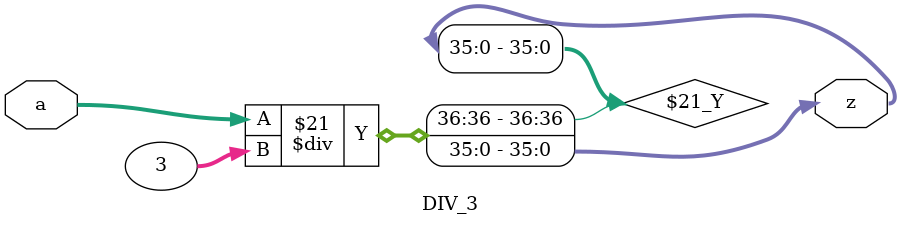
<source format=v>

module SAD(
    //Input signals
    clk,
    rst_n,
    in_valid,
	in_data1,
    T,
    in_data2,
    w_Q,
    w_K,
    w_V,

    //Output signals
    out_valid,
    out_data
    );

input clk;
input rst_n;
input in_valid;
input signed [5:0] in_data1;
input [3:0] T;
input signed [7:0] in_data2;
input signed [7:0] w_Q;
input signed [7:0] w_K;
input signed [7:0] w_V;

output reg out_valid;
output reg signed [91:0] out_data;

//==============================================//
//       parameter & integer declaration        //
//==============================================//
parameter d_model = 'd8;


genvar k;

//==============================================//
//           reg & wire declaration             //
//==============================================//

reg [8:0] cnt_clk, next_cnt_clk;  // 0 ~ 307 (9 bits)
reg [6:0] handle_cycles_t8;   // 1*8 or 4*8 or 8*8 = 8 ~ 64
reg [6:0] handle_cycles_tt;   // 1*1 or 4*4 or 8*8 = 1 ~ 64
wire [8:0] QK_start_cycle;
wire [8:0] end_cycle;     // max = 307 ??

// ----------------- input buffer -----------------
wire in_data1_valid, in_data2_valid, Q_valid, K_valid, V_valid;

reg signed [5:0] in_data1_reg [0:15];
reg [3:0] T_reg;
reg signed [7:0] in_data2_reg [0:63];
reg signed [7:0] w_Q_reg [0:63];
reg signed [7:0] w_K_reg [0:63];
reg signed [7:0] w_V_reg [0:63];

// ----------------- det -----------------
reg [3:0] det_cnt;    // 0 ~ 11
wire is_det;
reg  is_det_d1, is_det_d2, is_det_d3;

reg signed [20:0] det_tmp;   // 21-bit
reg signed [24:0] det_result;

// ----------------- matrix multiply -----------------
reg [7:0] mult_cnt_small;   // 0~191
reg [7:0] mult_cnt_small_d1;
wire is_multiplying;
wire Q_mult, K_mult, V_mult;
reg  Q_mult_d1, K_mult_d1, V_mult_d1;

wire signed [7:0] w_Q_transpose [0:63];
wire signed [7:0] w_K_transpose [0:63];
wire signed [7:0] w_V_transpose [0:63];

wire is_mult_big;
wire is_QK;
reg [5:0] mult_cnt_big;     // 0~63
reg [5:0] mult_cnt_big_d1, mult_cnt_big_d2, mult_cnt_big_d3;

reg signed [37:0] A_tmp;     // 38-bit
wire signed [36:0] A_pos;     // 37-bit

reg [36:0] div_a;   // 37-bit, all positive, unsigned
reg [35:0] div_z;   // 36-bit

reg signed [36:0] S_reg [0:63];

wire is_SV;
reg is_SV_d1, is_SV_d2, is_SV_d3;
reg signed [18:0] V_transpose [0:63];

// ----------------- mult -----------------
reg signed [7:0]  mult_s_a [0:7];
reg signed [7:0]  mult_s_b [0:7];
reg signed [15:0] mult_s_z [0:7];

reg signed [18:0] mult_b_a [0:7];
reg signed [36:0] mult_b_b [0:7];
reg signed [53:0] mult_b_z [0:7];

reg signed [24:0] mult_f_a;
reg signed [53:0] mult_f_b;
reg signed [91:0] mult_f_z;

reg signed [18:0] Q_reg [0:63], K_reg [0:63], V_reg [0:63];     // 19-bit

//==============================================//
//                  design                      //
//==============================================//

// reg [8:0] cnt_clk;  // 0 ~ 307 (9 bits)
always @(posedge clk or negedge rst_n) begin
	if (!rst_n) cnt_clk <= 7'b0;
	else cnt_clk <= next_cnt_clk;
end

// reg [8:0] next_cnt_clk;  // 0 ~ 307 (9 bits)
always @(*) begin
    next_cnt_clk = cnt_clk;
    if      (cnt_clk == end_cycle)       next_cnt_clk = 9'b0;
    else if (cnt_clk > 9'b0 || in_valid) next_cnt_clk = cnt_clk + 9'd1;
end

// ----------------- input -----------------

// wire in_data1_valid, in_data2_valid, Q_valid, K_valid, V_valid;
assign in_data1_valid = in_valid && cnt_clk < 9'd16;
assign in_data2_valid = in_valid && cnt_clk < ({3'd0, T_reg} << 3);
assign Q_valid = in_valid &&                     cnt_clk < 9'd64;
assign K_valid = in_valid && cnt_clk > 9'd63  && cnt_clk < 9'd128;
assign V_valid = in_valid && cnt_clk > 9'd127 && cnt_clk < 9'd192;

// reg [3:0] T_reg;
always @(posedge clk or negedge rst_n) begin
    if      (!rst_n)                      T_reg <= 4'd0;
    else if (in_valid && cnt_clk == 9'd0) T_reg <= T;
end

// reg [6:0] handle_cycles_t8;   // 1*8 or 4*8 or 8*8 = 8 ~ 64
always @(*) begin
    case (T_reg)
        1: handle_cycles_t8 = 7'd8;
        4: handle_cycles_t8 = 7'd32;
        default: handle_cycles_t8 = 7'd64;
    endcase
end
// reg [6:0] handle_cycles_tt;   // 1*1 or 4*4 or 8*8 = 1 ~ 64
always @(*) begin
    case (T_reg)
        1: handle_cycles_tt = 7'd1;
        4: handle_cycles_tt = 7'd16;
        default: handle_cycles_tt = 7'd64;
    endcase
end

// wire [8:0] QK_start_cycle;
assign QK_start_cycle = T_reg[0] ? 9'd190 : 9'd178;

// wire [8:0] end_cycle;     // max = 307 ??
assign end_cycle = QK_start_cycle + 9'd2 + handle_cycles_tt + handle_cycles_t8;  // 9'd178 + handle_cycles_tt + 2 + handle_cycles_t8

// reg signed [5:0] in_data1_reg [0:15];
always @(posedge clk or negedge rst_n) begin
    integer i;
    if (!rst_n) for (i = 0; i < 16; i  = i + 1) in_data1_reg[i] <= 6'd0;
    // ----------------- input -----------------
    else if (in_data1_valid) in_data1_reg[cnt_clk] <= in_data1;
    // -------------- determinent --------------
    else if (is_det) begin
        in_data1_reg[0] <= in_data1_reg[1];
        in_data1_reg[1] <= in_data1_reg[2];
        in_data1_reg[2] <= in_data1_reg[3];
        in_data1_reg[3] <= in_data1_reg[0];

        in_data1_reg[4] <= in_data1_reg[5];
        in_data1_reg[5] <= in_data1_reg[6];
        in_data1_reg[6] <= in_data1_reg[7];
        in_data1_reg[7] <= in_data1_reg[4];
        
        in_data1_reg[8] <= in_data1_reg[9];
        in_data1_reg[9] <= in_data1_reg[10];
        in_data1_reg[10] <= in_data1_reg[11];
        in_data1_reg[11] <= in_data1_reg[8];

        in_data1_reg[12] <= in_data1_reg[13];
        in_data1_reg[13] <= in_data1_reg[14];
        in_data1_reg[14] <= in_data1_reg[15];
        in_data1_reg[15] <= in_data1_reg[12];
    end
end

// reg signed [7:0] in_data2_reg [0:63];
always @(posedge clk or negedge rst_n) begin
    integer i;
    if      (!rst_n)               for (i = 0; i < 64; i  = i + 1) in_data2_reg[i] <= 8'd0;
    else if (in_data2_valid)       in_data2_reg[cnt_clk] <= in_data2;
    else if (cnt_clk == end_cycle) for (i = 8; i < 64; i  = i + 1) in_data2_reg[i] <= 8'd0;
end

// reg signed [7:0] w_Q_reg [0:63];
always @(posedge clk or negedge rst_n) begin
    integer i;
    if      (!rst_n)  for (i = 0; i < 64; i = i + 1) w_Q_reg[i] <= 8'd0;
    else if (Q_valid) w_Q_reg[cnt_clk[5:0]] <= w_Q;
end
// reg signed [7:0] w_K_reg [0:63];
always @(posedge clk or negedge rst_n) begin
    integer i;
    if      (!rst_n)  for (i = 0; i < 64; i = i + 1) w_K_reg[i] <= 8'd0;
    else if (K_valid) w_K_reg[cnt_clk[5:0]] <= w_K;
end
// reg signed [7:0] w_V_reg [0:63];
always @(posedge clk or negedge rst_n) begin
    integer i;
    if      (!rst_n)  for (i = 0; i < 64; i = i + 1) w_V_reg[i] <= 8'd0;
    else if (V_valid) w_V_reg[cnt_clk[5:0]] <= w_V;
end

// -------------- determinent --------------

// reg [3:0] det_cnt;    // 0 ~ 11
always @(posedge clk or negedge rst_n) begin
    if      (!rst_n) det_cnt <= 4'd0;
    else if (is_det) det_cnt <= det_cnt + 4'd1;
    else             det_cnt <= 4'd0;
end

// wire is_det;
assign is_det = (cnt_clk >= 9'd16 && cnt_clk <= 9'd27);

// reg is_det_d1, is_det_d2, is_det_d3;
always @(posedge clk or negedge rst_n) begin
    if (!rst_n) begin
        is_det_d1 <= 1'b0;
        is_det_d2 <= 1'b0;
        is_det_d3 <= 1'b0;
    end
    else begin
        is_det_d1 <= is_det;
        is_det_d2 <= is_det_d1;
        is_det_d3 <= is_det_d2;
    end
end


// + a0 a5 a10 a15
// - a1 a6 a11 a12
// + a2 a7 a8  a13
// - a3 a4 a9  a14

// + a0 a6 a11 a13
// - a1 a7 a8  a14
// + a2 a4 a9  a15
// - a3 a5 a10 a12

// + a0 a7 a9  a14
// - a1 a4 a10 a15
// + a2 a5 a11 a12
// - a3 a6 a8  a13

//--------------------

// - a0 a7 a10 a13
// + a1 a4 a11 a14 
// - a2 a5 a8  a15
// + a3 a6 a9  a12

// - a0 a5 a11 a14
// + a1 a6 a8  a15 
// - a2 a7 a9  a12
// + a3 a4 a10 a13 

// - a0 a6 a9  a15
// + a1 a7 a10 a12
// - a2 a4 a11 a13 
// + a3 a5 a8  a14


// reg signed [7:0] mult_s_a[0:7], mult_s_b[0:7]
always @(posedge clk or negedge rst_n) begin
    integer i;
    if (!rst_n) begin
        for (i = 0; i < 8; i = i + 1) begin
            mult_s_a[i] <= 8'd0;
            mult_s_b[i] <= 8'd0;
        end
    end
    else if (is_det) begin
        case (det_cnt[3:2])
            2'd0: begin
                // +
                mult_s_a[0] <= {{2{in_data1_reg[0][5]}},  in_data1_reg[0]};
                mult_s_b[0] <= {{2{in_data1_reg[5][5]}},  in_data1_reg[5]};
                mult_s_a[1] <= {{2{in_data1_reg[10][5]}}, in_data1_reg[10]};
                mult_s_b[1] <= {{2{in_data1_reg[15][5]}}, in_data1_reg[15]};
                // -
                mult_s_a[2] <= {{2{in_data1_reg[0][5]}},  in_data1_reg[0]};
                mult_s_b[2] <= {{2{in_data1_reg[7][5]}},  in_data1_reg[7]};
                mult_s_a[3] <= {{2{in_data1_reg[10][5]}}, in_data1_reg[10]};
                mult_s_b[3] <= {{2{in_data1_reg[13][5]}}, in_data1_reg[13]};
            end
            2'd1: begin
                // -
                mult_s_a[0] <= {{2{in_data1_reg[0][5]}},  in_data1_reg[0]};
                mult_s_b[0] <= {{2{in_data1_reg[6][5]}},  in_data1_reg[6]};
                mult_s_a[1] <= {{2{in_data1_reg[11][5]}}, in_data1_reg[11]};
                mult_s_b[1] <= {{2{in_data1_reg[13][5]}}, in_data1_reg[13]};
                // +
                
                mult_s_a[2] <= {{2{in_data1_reg[0][5]}},  in_data1_reg[0]};
                mult_s_b[2] <= {{2{in_data1_reg[5][5]}},  in_data1_reg[5]};
                mult_s_a[3] <= {{2{in_data1_reg[11][5]}}, in_data1_reg[11]};
                mult_s_b[3] <= {{2{in_data1_reg[14][5]}}, in_data1_reg[14]};
            end
            2'd2: begin
                // +
                mult_s_a[0] <= {{2{in_data1_reg[0][5]}},  in_data1_reg[0]};
                mult_s_b[0] <= {{2{in_data1_reg[7][5]}},  in_data1_reg[7]};
                mult_s_a[1] <= {{2{in_data1_reg[9][5]}},  in_data1_reg[9]};
                mult_s_b[1] <= {{2{in_data1_reg[14][5]}}, in_data1_reg[14]};
                // -
                mult_s_a[2] <= {{2{in_data1_reg[0][5]}},  in_data1_reg[0]};
                mult_s_b[2] <= {{2{in_data1_reg[6][5]}},  in_data1_reg[6]};
                mult_s_a[3] <= {{2{in_data1_reg[9][5]}},  in_data1_reg[9]};
                mult_s_b[3] <= {{2{in_data1_reg[15][5]}}, in_data1_reg[15]};
            end
            default: begin
                // -
                mult_s_a[0] <= {{2{in_data1_reg[0][5]}},  in_data1_reg[0]};
                mult_s_b[0] <= {{2{in_data1_reg[5][5]}},  in_data1_reg[5]};
                mult_s_a[1] <= {{2{in_data1_reg[10][5]}}, in_data1_reg[10]};
                mult_s_b[1] <= {{2{in_data1_reg[15][5]}}, in_data1_reg[15]};
                // +
                mult_s_a[2] <= {{2{in_data1_reg[0][5]}},  in_data1_reg[0]};
                mult_s_b[2] <= {{2{in_data1_reg[7][5]}},  in_data1_reg[7]};
                mult_s_a[3] <= {{2{in_data1_reg[10][5]}}, in_data1_reg[10]};
                mult_s_b[3] <= {{2{in_data1_reg[13][5]}}, in_data1_reg[13]};
            end
        endcase
    end
    else if (Q_mult) begin
        mult_s_a[0] <= in_data2_reg[{mult_cnt_small[5:3], 3'd0}];
        mult_s_a[1] <= in_data2_reg[{mult_cnt_small[5:3], 3'd1}];
        mult_s_a[2] <= in_data2_reg[{mult_cnt_small[5:3], 3'd2}];
        mult_s_a[3] <= in_data2_reg[{mult_cnt_small[5:3], 3'd3}];
        mult_s_a[4] <= in_data2_reg[{mult_cnt_small[5:3], 3'd4}];
        mult_s_a[5] <= in_data2_reg[{mult_cnt_small[5:3], 3'd5}];
        mult_s_a[6] <= in_data2_reg[{mult_cnt_small[5:3], 3'd6}];
        mult_s_a[7] <= in_data2_reg[{mult_cnt_small[5:3], 3'd7}];

        mult_s_b[0] <= w_Q_transpose[{mult_cnt_small[2:0], 3'd0}];
        mult_s_b[1] <= w_Q_transpose[{mult_cnt_small[2:0], 3'd1}];
        mult_s_b[2] <= w_Q_transpose[{mult_cnt_small[2:0], 3'd2}];
        mult_s_b[3] <= w_Q_transpose[{mult_cnt_small[2:0], 3'd3}];
        mult_s_b[4] <= w_Q_transpose[{mult_cnt_small[2:0], 3'd4}];
        mult_s_b[5] <= w_Q_transpose[{mult_cnt_small[2:0], 3'd5}];
        mult_s_b[6] <= w_Q_transpose[{mult_cnt_small[2:0], 3'd6}];
        mult_s_b[7] <= w_Q_transpose[{mult_cnt_small[2:0], 3'd7}];
    end
    else if (K_mult) begin
        mult_s_a[0] <= in_data2_reg[{mult_cnt_small[5:3], 3'd0}];
        mult_s_a[1] <= in_data2_reg[{mult_cnt_small[5:3], 3'd1}];
        mult_s_a[2] <= in_data2_reg[{mult_cnt_small[5:3], 3'd2}];
        mult_s_a[3] <= in_data2_reg[{mult_cnt_small[5:3], 3'd3}];
        mult_s_a[4] <= in_data2_reg[{mult_cnt_small[5:3], 3'd4}];
        mult_s_a[5] <= in_data2_reg[{mult_cnt_small[5:3], 3'd5}];
        mult_s_a[6] <= in_data2_reg[{mult_cnt_small[5:3], 3'd6}];
        mult_s_a[7] <= in_data2_reg[{mult_cnt_small[5:3], 3'd7}];

        mult_s_b[0] <= w_K_transpose[{mult_cnt_small[2:0], 3'd0}];
        mult_s_b[1] <= w_K_transpose[{mult_cnt_small[2:0], 3'd1}];
        mult_s_b[2] <= w_K_transpose[{mult_cnt_small[2:0], 3'd2}];
        mult_s_b[3] <= w_K_transpose[{mult_cnt_small[2:0], 3'd3}];
        mult_s_b[4] <= w_K_transpose[{mult_cnt_small[2:0], 3'd4}];
        mult_s_b[5] <= w_K_transpose[{mult_cnt_small[2:0], 3'd5}];
        mult_s_b[6] <= w_K_transpose[{mult_cnt_small[2:0], 3'd6}];
        mult_s_b[7] <= w_K_transpose[{mult_cnt_small[2:0], 3'd7}];
    end
    else if (V_mult) begin
        mult_s_a[0] <= in_data2_reg[{mult_cnt_small[5:3], 3'd0}];
        mult_s_a[1] <= in_data2_reg[{mult_cnt_small[5:3], 3'd1}];
        mult_s_a[2] <= in_data2_reg[{mult_cnt_small[5:3], 3'd2}];
        mult_s_a[3] <= in_data2_reg[{mult_cnt_small[5:3], 3'd3}];
        mult_s_a[4] <= in_data2_reg[{mult_cnt_small[5:3], 3'd4}];
        mult_s_a[5] <= in_data2_reg[{mult_cnt_small[5:3], 3'd5}];
        mult_s_a[6] <= in_data2_reg[{mult_cnt_small[5:3], 3'd6}];
        mult_s_a[7] <= in_data2_reg[{mult_cnt_small[5:3], 3'd7}];

        mult_s_b[0] <= w_V_transpose[{mult_cnt_small[2:0], 3'd0}];
        mult_s_b[1] <= w_V_transpose[{mult_cnt_small[2:0], 3'd1}];
        mult_s_b[2] <= w_V_transpose[{mult_cnt_small[2:0], 3'd2}];
        mult_s_b[3] <= w_V_transpose[{mult_cnt_small[2:0], 3'd3}];
        mult_s_b[4] <= w_V_transpose[{mult_cnt_small[2:0], 3'd4}];
        mult_s_b[5] <= w_V_transpose[{mult_cnt_small[2:0], 3'd5}];
        mult_s_b[6] <= w_V_transpose[{mult_cnt_small[2:0], 3'd6}];
        mult_s_b[7] <= w_V_transpose[{mult_cnt_small[2:0], 3'd7}];
    end
    else if (cnt_clk == end_cycle) begin
        for (i = 0; i < 8; i = i + 1) begin
            mult_s_a[i] <= 8'd0;
            mult_s_b[i] <= 8'd0;
        end
    end
end

// reg signed [18:0] mult_b_a[0:7]
// reg signed [36:0] mult_b_b[0:7]
always @(posedge clk or negedge rst_n) begin
    integer i;
    if (!rst_n) begin
        for (i = 0; i < 8; i = i + 1) begin
            mult_b_a[i] <= 19'd0;
            mult_b_b[i] <= 37'd0;
        end
    end
    else if (is_det_d1) begin
        mult_b_a[0] <= {{ 3{mult_s_z[0][15]}}, mult_s_z[0]};
        mult_b_b[0] <= {{21{mult_s_z[1][15]}}, mult_s_z[1]};
        mult_b_a[1] <= {{ 3{mult_s_z[2][15]}}, mult_s_z[2]};
        mult_b_b[1] <= {{21{mult_s_z[3][15]}}, mult_s_z[3]};
    end
    else if (is_QK) begin
        mult_b_a[0] <= Q_reg[{mult_cnt_big[5:3], 3'd0}];
        mult_b_a[1] <= Q_reg[{mult_cnt_big[5:3], 3'd1}];
        mult_b_a[2] <= Q_reg[{mult_cnt_big[5:3], 3'd2}];
        mult_b_a[3] <= Q_reg[{mult_cnt_big[5:3], 3'd3}];
        mult_b_a[4] <= Q_reg[{mult_cnt_big[5:3], 3'd4}];
        mult_b_a[5] <= Q_reg[{mult_cnt_big[5:3], 3'd5}];
        mult_b_a[6] <= Q_reg[{mult_cnt_big[5:3], 3'd6}];
        mult_b_a[7] <= Q_reg[{mult_cnt_big[5:3], 3'd7}];

        mult_b_b[0] <= {{18{K_reg[{mult_cnt_big[2:0], 3'd0}][18]}}, K_reg[{mult_cnt_big[2:0], 3'd0}]};
        mult_b_b[1] <= {{18{K_reg[{mult_cnt_big[2:0], 3'd1}][18]}}, K_reg[{mult_cnt_big[2:0], 3'd1}]};
        mult_b_b[2] <= {{18{K_reg[{mult_cnt_big[2:0], 3'd2}][18]}}, K_reg[{mult_cnt_big[2:0], 3'd2}]};
        mult_b_b[3] <= {{18{K_reg[{mult_cnt_big[2:0], 3'd3}][18]}}, K_reg[{mult_cnt_big[2:0], 3'd3}]};
        mult_b_b[4] <= {{18{K_reg[{mult_cnt_big[2:0], 3'd4}][18]}}, K_reg[{mult_cnt_big[2:0], 3'd4}]};
        mult_b_b[5] <= {{18{K_reg[{mult_cnt_big[2:0], 3'd5}][18]}}, K_reg[{mult_cnt_big[2:0], 3'd5}]};
        mult_b_b[6] <= {{18{K_reg[{mult_cnt_big[2:0], 3'd6}][18]}}, K_reg[{mult_cnt_big[2:0], 3'd6}]};
        mult_b_b[7] <= {{18{K_reg[{mult_cnt_big[2:0], 3'd7}][18]}}, K_reg[{mult_cnt_big[2:0], 3'd7}]};
    end
    else if (T_reg[0] && is_SV_d2 || ~T_reg[0] && is_SV) begin
        mult_b_a[0] <= V_transpose[{mult_cnt_big[2:0], 3'd0}];  // 19-bit
        mult_b_a[1] <= V_transpose[{mult_cnt_big[2:0], 3'd1}];
        mult_b_a[2] <= V_transpose[{mult_cnt_big[2:0], 3'd2}];
        mult_b_a[3] <= V_transpose[{mult_cnt_big[2:0], 3'd3}];
        mult_b_a[4] <= V_transpose[{mult_cnt_big[2:0], 3'd4}];
        mult_b_a[5] <= V_transpose[{mult_cnt_big[2:0], 3'd5}];
        mult_b_a[6] <= V_transpose[{mult_cnt_big[2:0], 3'd6}];
        mult_b_a[7] <= V_transpose[{mult_cnt_big[2:0], 3'd7}];

        mult_b_b[0] <= S_reg[{mult_cnt_big[5:3], 3'd0}];        // 37-bit
        mult_b_b[1] <= S_reg[{mult_cnt_big[5:3], 3'd1}];
        mult_b_b[2] <= S_reg[{mult_cnt_big[5:3], 3'd2}];
        mult_b_b[3] <= S_reg[{mult_cnt_big[5:3], 3'd3}];
        mult_b_b[4] <= S_reg[{mult_cnt_big[5:3], 3'd4}];
        mult_b_b[5] <= S_reg[{mult_cnt_big[5:3], 3'd5}];
        mult_b_b[6] <= S_reg[{mult_cnt_big[5:3], 3'd6}];
        mult_b_b[7] <= S_reg[{mult_cnt_big[5:3], 3'd7}];
    end
    else if (cnt_clk == end_cycle) begin
        for (i = 0; i < 8; i = i + 1) begin
            mult_b_a[i] <= 19'd0;
            mult_b_b[i] <= 37'd0;
        end
    end
end

// reg signed [20:0] det_tmp;   // 21-bit
always @(posedge clk or negedge rst_n) begin
    if      (!rst_n)     det_tmp <= 25'd0;
    else if (is_det_d2) begin
        if (~cnt_clk[0]) det_tmp <= mult_b_z[0] - mult_b_z[1];
        else             det_tmp <= mult_b_z[1] - mult_b_z[0];
    end
end

// reg signed [24:0] det_result;
always @(posedge clk or negedge rst_n) begin
    if      (!rst_n)               det_result <= 25'd0;
    else if (is_det_d3)            det_result <= det_result + det_tmp;
    else if (cnt_clk == end_cycle) det_result <= 25'd0;
end

// -------------- attention --------------

assign Q_mult = cnt_clk >= 9'd57  && cnt_clk <= 9'd120;
assign K_mult = cnt_clk >= 9'd121 && cnt_clk <= 9'd184;
assign V_mult = cnt_clk >= 9'd185 && cnt_clk < 9'd185 + handle_cycles_t8;

// reg Q_mult_d1, K_mult_d1, V_mult_d1;
always @(posedge clk or negedge rst_n) begin
    if (!rst_n) begin
        Q_mult_d1 <= 1'b0;
        K_mult_d1 <= 1'b0;
        V_mult_d1 <= 1'b0;
    end
    else begin
        Q_mult_d1 <= Q_mult;
        K_mult_d1 <= K_mult;
        V_mult_d1 <= V_mult;
    end
end

// wire is_multiplying;
assign is_multiplying = (Q_mult || K_mult || V_mult);

// reg [7:0] mult_cnt_small;   // 0~191
always @(posedge clk or negedge rst_n) begin
    if      (!rst_n)               mult_cnt_small <= 8'd0;
    else if (is_multiplying)       mult_cnt_small <= mult_cnt_small + 8'd1;
    else if (cnt_clk == end_cycle) mult_cnt_small <= 8'd0;
end

// reg [7:0] mult_cnt_small_d1;   // 0~191
always @(posedge clk or negedge rst_n) begin
    if (!rst_n) mult_cnt_small_d1 <= 8'd0;
    else        mult_cnt_small_d1 <= mult_cnt_small;
end

// wire signed [7:0] w_Q_transpose [0:63];
// wire signed [7:0] w_K_transpose [0:63];
// wire signed [7:0] w_V_transpose [0:63];
generate
    for (k = 0; k < 64; k = k + 1) begin: transpose_weight
        assign w_Q_transpose[k] = w_Q_reg[k/8 + 8*(k%8)];
        assign w_K_transpose[k] = w_K_reg[k/8 + 8*(k%8)];
        assign w_V_transpose[k] = w_V_reg[k/8 + 8*(k%8)];
    end
endgenerate

// reg signed [18:0] Q_reg [0:63], K_reg [0:63], V_reg [0:63];     // 19-bit
always @(posedge clk or negedge rst_n) begin
    integer i;
    if (!rst_n) begin
        for (i = 0; i < 64; i = i + 1) Q_reg[i] <= 19'd0;
    end
    else if (Q_mult_d1) begin
        Q_reg[mult_cnt_small_d1[5:0]] <= mult_s_z[0] + mult_s_z[1] + mult_s_z[2] + mult_s_z[3] + mult_s_z[4] + mult_s_z[5] + mult_s_z[6] + mult_s_z[7];
    end
    else if (cnt_clk == end_cycle) begin
        for (i = 0; i < 64; i = i + 1) Q_reg[i] <= 19'd0;
    end
end
always @(posedge clk or negedge rst_n) begin
    integer i;
    if (!rst_n) begin
        for (i = 0; i < 64; i = i + 1) K_reg[i] <= 19'd0;
    end
    else if (K_mult_d1) begin
        K_reg[mult_cnt_small_d1[5:0]] <= mult_s_z[0] + mult_s_z[1] + mult_s_z[2] + mult_s_z[3] + mult_s_z[4] + mult_s_z[5] + mult_s_z[6] + mult_s_z[7];
    end
    else if (cnt_clk == end_cycle) begin
        for (i = 0; i < 64; i = i + 1) K_reg[i] <= 19'd0;
    end
end
always @(posedge clk or negedge rst_n) begin
    integer i;
    if (!rst_n) begin
        for (i = 0; i < 64; i = i + 1) V_reg[i] <= 19'd0;
    end
    else if (V_mult_d1) begin
        V_reg[mult_cnt_small_d1[5:0]] <= mult_s_z[0] + mult_s_z[1] + mult_s_z[2] + mult_s_z[3] + mult_s_z[4] + mult_s_z[5] + mult_s_z[6] + mult_s_z[7];
    end
    else if (cnt_clk == end_cycle) begin
        for (i = 0; i < 64; i = i + 1) V_reg[i] <= 19'd0;
    end
end

// -------------- QK^T --------------

// reg [7:0] mult_cnt_big;   // 0~191
always @(posedge clk or negedge rst_n) begin
    if      (!rst_n)               mult_cnt_big <= 8'd0;
    else if (is_mult_big)          mult_cnt_big <= mult_cnt_big + 8'd1;
    else if (cnt_clk == end_cycle) mult_cnt_big <= 8'd0;
end

// wire is_mult_big;
assign is_mult_big = is_QK | is_SV;

// wire is_QK;
assign is_QK = (cnt_clk >= QK_start_cycle) && (cnt_clk < QK_start_cycle + handle_cycles_tt);

reg is_QK_d1, is_QK_d2, is_QK_d3;
// reg is_QK_d1, is_QK_d2, is_QK_d3;
always @(posedge clk or negedge rst_n) begin
    if (!rst_n) begin
        is_QK_d1 <= 8'd0;
        is_QK_d2 <= 8'd0;
        is_QK_d3 <= 8'd0;
    end
    else begin
        is_QK_d1 <= is_QK;
        is_QK_d2 <= is_QK_d1;
        is_QK_d3 <= is_QK_d2;
    end
end

// reg [5:0] mult_cnt_big;     // 0~63
always @(posedge clk or negedge rst_n) begin
    if      (!rst_n)               mult_cnt_big <= 8'd0;
    else if (is_mult_big)          mult_cnt_big <= mult_cnt_big + 8'd1;
    else if (cnt_clk == end_cycle) mult_cnt_big <= 8'd0;
end

// reg [7:0] mult_cnt_big_d1, mult_cnt_big_d2, mult_cnt_big_d3;   // 0~191
always @(posedge clk or negedge rst_n) begin
    if (!rst_n) begin
        mult_cnt_big_d1 <= 8'd0;
        mult_cnt_big_d2 <= 8'd0;
        mult_cnt_big_d3 <= 8'd0;
    end
    else begin
        mult_cnt_big_d1 <= mult_cnt_big;
        mult_cnt_big_d2 <= mult_cnt_big_d1;
        mult_cnt_big_d3 <= mult_cnt_big_d2;
    end
end

// reg signed [37:0] A_tmp;     // 38-bit
always @(posedge clk or negedge rst_n) begin
    integer i;
    if (!rst_n) begin
        for (i = 0; i < 64; i = i + 1) A_tmp[i] <= 38'd0;
    end
    else if (is_QK_d1) begin
        A_tmp <= mult_b_z[0] + mult_b_z[1] + mult_b_z[2] + mult_b_z[3] + mult_b_z[4] + mult_b_z[5] + mult_b_z[6] + mult_b_z[7];
    end
    else if (cnt_clk == end_cycle) begin
        for (i = 0; i < 64; i = i + 1) A_tmp[i] <= 38'd0;
    end
end

// wire signed [36:0] A_pos;     // 37-bit
assign A_pos = ({37{~A_tmp[37]}} & A_tmp[36:0]);

// reg [36:0] div_a;   // 37-bit, all positive, unsigned
always @(posedge clk or negedge rst_n) begin
    if      (!rst_n)          div_a <= 37'd0;
    else if (is_QK_d2) div_a <= A_pos;
end

// reg [35:0] div_z;   // 36-bit
DIV_3 #(37, 36) div_3(.a(div_a), .z(div_z));

// reg signed [36:0] S_reg [0:63];
always @(posedge clk or negedge rst_n) begin
    integer i;
    if (!rst_n) begin
        for (i = 0; i < 64; i = i + 1) S_reg[i] <= 37'd0;
    end
    else if (T_reg[0] && is_QK_d2 || ~T_reg[0] && is_QK_d3) begin
        S_reg[mult_cnt_big_d3] <= {1'b0, div_z};
    end
    else if (cnt_clk == end_cycle) begin
        for (i = 0; i < 64; i = i + 1) S_reg[i] <= 37'd0;
    end
end

// -------------- SV --------------

// wire is_SV;
assign is_SV = (cnt_clk >= QK_start_cycle + handle_cycles_tt) && (cnt_clk <= end_cycle - 9'd2);

// reg is_SV_d1, is_SV_d2, is_SV_d3;
always @(posedge clk or negedge rst_n) begin
    if (!rst_n) begin
        is_SV_d1 <= 1'b0;
        is_SV_d2 <= 1'b0;
        is_SV_d3 <= 1'b0;
    end
    else begin
        is_SV_d1 <= is_SV;
        is_SV_d2 <= is_SV_d1;
        is_SV_d3 <= is_SV_d2;
    end
end

// reg signed [18:0] V_transpose [0:63];
generate
    for (k = 0; k < 64; k = k + 1) begin: transpose_V
        assign V_transpose[k] = V_reg[k/8 + 8*(k%8)];
    end
endgenerate

// reg signed [24:0] mult_f_a;
// reg signed [53:0] mult_f_b;
// reg signed [91:0] mult_f_z;
always @(posedge clk or negedge rst_n) begin
    if (!rst_n) begin
        mult_f_a <= 25'd0;
        mult_f_b <= 54'd0;
    end
    else if (T_reg[0] && is_SV_d2 || ~T_reg[0] && is_SV_d1) begin
        mult_f_a <= det_result;
        mult_f_b <= mult_b_z[0] + mult_b_z[1] + mult_b_z[2] + mult_b_z[3] + mult_b_z[4] + mult_b_z[5] + mult_b_z[6] + mult_b_z[7];
    end
end

// -------------- mult IP --------------

// reg signed [7:0]  mult_s_a [0:7];
// reg signed [7:0]  mult_s_b [0:7];
// reg signed [15:0] mult_s_z [0:7];

// reg signed [18:0] mult_b_a [0:7];
// reg signed [36:0] mult_b_b [0:7];
// reg signed [53:0] mult_b_z [0:7];
generate
    for (k = 0; k < 8; k = k + 1) begin: mult_gen
        MULT #(8, 8, 16) mult_small (.a(mult_s_a[k]), .b(mult_s_b[k]), .z(mult_s_z[k]));
        MULT #(19, 37, 54) mult_big (.a(mult_b_a[k]), .b(mult_b_b[k]), .z(mult_b_z[k]));
    end
endgenerate

// reg signed [24:0] mult_f_a;
// reg signed [53:0] mult_f_b;
// reg signed [91:0] mult_f_z;
MULT #(25, 54, 92) mult_final (.a(mult_f_a), .b(mult_f_b), .z(mult_f_z));


// -------------- output --------------


// output reg out_valid;
// output reg signed [91:0] out_data;


always @(posedge clk or negedge rst_n) begin
    if      (!rst_n)                                                                  out_valid <= 1'b0;
    else if (cnt_clk >= QK_start_cycle + handle_cycles_tt + 2 && cnt_clk < end_cycle) out_valid <= 1'b1;
    else                                                                              out_valid <= 1'b0;
end

always @(posedge clk or negedge rst_n) begin
    if      (!rst_n)                                                                  out_data <= 92'd0;
    else if (cnt_clk >= QK_start_cycle + handle_cycles_tt + 2 && cnt_clk < end_cycle) out_data <= mult_f_z;
    else                                                                              out_data <= 92'd0;
end

endmodule


module MULT #(
    parameter a_bits = 8,
    parameter b_bits = 8,
    parameter z_bits = 16
) (
    input signed [a_bits-1:0] a,
    input signed [b_bits-1:0] b,
    output signed [z_bits-1:0] z
);
assign z = a * b;
endmodule

module DIV_3 #(
    parameter a_bits = 37,
    parameter z_bits = 36
) (
    input  [a_bits-1:0] a,
    output [z_bits-1:0] z
);
assign z = a / 3;
endmodule
</source>
